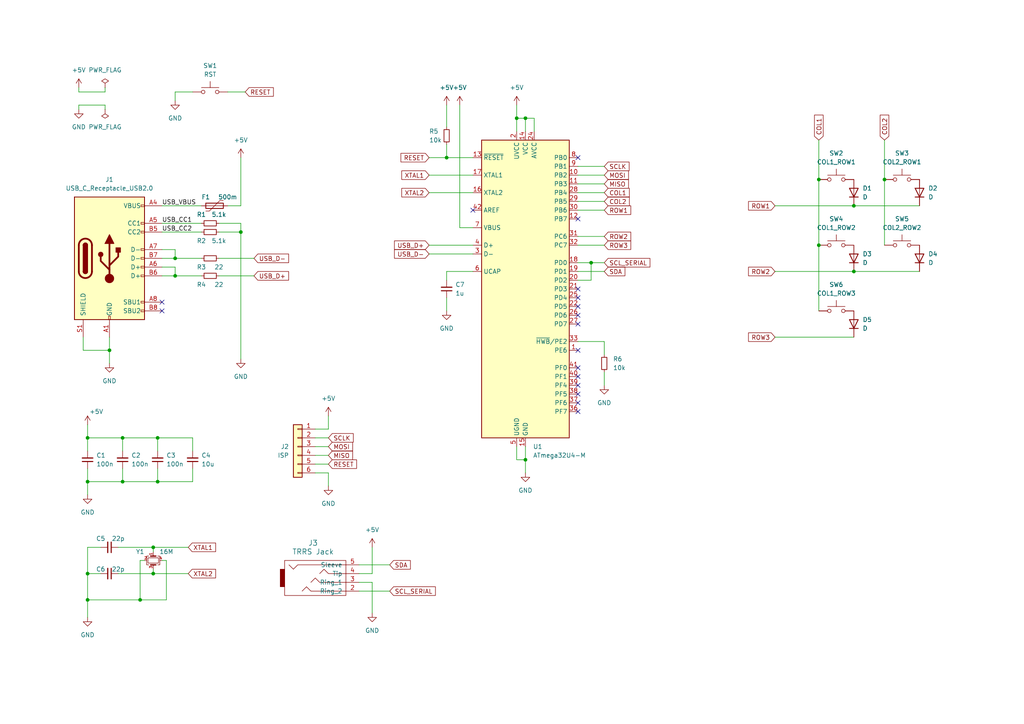
<source format=kicad_sch>
(kicad_sch (version 20230121) (generator eeschema)
  (paper "A4")
  (title_block (title "mfk5") (date "2023-12-12") (rev "3") (company "@niw"))
  (lib_symbols
    (symbol "Connector:USB_C_Receptacle_USB2.0" (pin_names (offset 1.016))
      (property "Reference" "J" (at -10.16 19.05 0))
      (property "Value" "USB_C_Receptacle_USB2.0" (at 19.05 19.05 0))
      (symbol "USB_C_Receptacle_USB2.0_0_0"
        (rectangle (start -0.254 -17.78) (end 0.254 -16.764))
        (rectangle (start 10.16 -14.986) (end 9.144 -15.494))
        (rectangle (start 10.16 -12.446) (end 9.144 -12.954))
        (rectangle (start 10.16 -4.826) (end 9.144 -5.334))
        (rectangle (start 10.16 -2.286) (end 9.144 -2.794))
        (rectangle (start 10.16 0.254) (end 9.144 -0.254))
        (rectangle (start 10.16 2.794) (end 9.144 2.286))
        (rectangle (start 10.16 7.874) (end 9.144 7.366))
        (rectangle (start 10.16 10.414) (end 9.144 9.906))
        (rectangle (start 10.16 15.494) (end 9.144 14.986))
      )
      (symbol "USB_C_Receptacle_USB2.0_0_1"
        (rectangle (start -10.16 17.78) (end 10.16 -17.78) (stroke (width 0.254)) (fill (type background)))
        (arc (start -8.89 -3.81) (mid -6.985 -5.7067) (end -5.08 -3.81) (stroke (width 0.508)))
        (arc (start -7.62 -3.81) (mid -6.985 -4.4423) (end -6.35 -3.81) (stroke (width 0.254)))
        (arc (start -7.62 -3.81) (mid -6.985 -4.4423) (end -6.35 -3.81) (stroke (width 0.254)) (fill (type outline)))
        (rectangle (start -7.62 -3.81) (end -6.35 3.81) (stroke (width 0.254)) (fill (type outline)))
        (arc (start -6.35 3.81) (mid -6.985 4.4423) (end -7.62 3.81) (stroke (width 0.254)))
        (arc (start -6.35 3.81) (mid -6.985 4.4423) (end -7.62 3.81) (stroke (width 0.254)) (fill (type outline)))
        (arc (start -5.08 3.81) (mid -6.985 5.7067) (end -8.89 3.81) (stroke (width 0.508)))
        (circle (center -2.54 1.143) (radius 0.635) (stroke (width 0.254)) (fill (type outline)))
        (circle (center 0 -5.842) (radius 1.27) (fill (type outline)))
        (polyline (pts (xy -8.89 -3.81) (xy -8.89 3.81)) (stroke (width 0.508)))
        (polyline (pts (xy -5.08 3.81) (xy -5.08 -3.81)) (stroke (width 0.508)))
        (polyline (pts (xy 0 -5.842) (xy 0 4.318)) (stroke (width 0.508)))
        (polyline (pts (xy 0 -3.302) (xy -2.54 -0.762) (xy -2.54 0.508)) (stroke (width 0.508)))
        (polyline (pts (xy 0 -2.032) (xy 2.54 0.508) (xy 2.54 1.778)) (stroke (width 0.508)))
        (polyline (pts (xy -1.27 4.318) (xy 0 6.858) (xy 1.27 4.318) (xy -1.27 4.318)) (stroke (width 0.254)) (fill (type outline)))
        (rectangle (start 1.905 1.778) (end 3.175 3.048) (stroke (width 0.254)) (fill (type outline)))
      )
      (symbol "USB_C_Receptacle_USB2.0_1_1"
        (pin passive line (at 0 -22.86 90) (length 5.08) (name "GND") (number "A1"))
        (pin passive line (at 0 -22.86 90) (length 5.08) hide (name "GND") (number "A12"))
        (pin passive line (at 15.24 15.24 180) (length 5.08) (name "VBUS") (number "A4"))
        (pin bidirectional line (at 15.24 10.16 180) (length 5.08) (name "CC1") (number "A5"))
        (pin bidirectional line (at 15.24 -2.54 180) (length 5.08) (name "D+") (number "A6"))
        (pin bidirectional line (at 15.24 2.54 180) (length 5.08) (name "D-") (number "A7"))
        (pin bidirectional line (at 15.24 -12.7 180) (length 5.08) (name "SBU1") (number "A8"))
        (pin passive line (at 15.24 15.24 180) (length 5.08) hide (name "VBUS") (number "A9"))
        (pin passive line (at 0 -22.86 90) (length 5.08) hide (name "GND") (number "B1"))
        (pin passive line (at 0 -22.86 90) (length 5.08) hide (name "GND") (number "B12"))
        (pin passive line (at 15.24 15.24 180) (length 5.08) hide (name "VBUS") (number "B4"))
        (pin bidirectional line (at 15.24 7.62 180) (length 5.08) (name "CC2") (number "B5"))
        (pin bidirectional line (at 15.24 -5.08 180) (length 5.08) (name "D+") (number "B6"))
        (pin bidirectional line (at 15.24 0 180) (length 5.08) (name "D-") (number "B7"))
        (pin bidirectional line (at 15.24 -15.24 180) (length 5.08) (name "SBU2") (number "B8"))
        (pin passive line (at 15.24 15.24 180) (length 5.08) hide (name "VBUS") (number "B9"))
        (pin passive line (at -7.62 -22.86 90) (length 5.08) (name "SHIELD") (number "S1"))
      )
    )
    (symbol "Connector_Additions:TRRS_Jack" (pin_names (offset 1.016))
      (property "Reference" "J" (at 0 8.89 0))
      (property "Value" "TRRS Jack" (at 0 6.35 0))
      (symbol "TRRS_Jack_0_1"
        (rectangle (start -10.16 2.54) (end -8.89 -2.54) (fill (type outline)))
        (rectangle (start -8.89 5.08) (end 8.89 -5.08))
        (polyline (pts (xy 8.89 -3.81) (xy -1.27 -3.81) (xy -2.54 -2.54) (xy -3.81 -3.81)))
        (polyline (pts (xy 8.89 -1.27) (xy 1.27 -1.27) (xy 0 0) (xy -1.27 -1.27)))
        (polyline (pts (xy 8.89 1.27) (xy 3.81 1.27) (xy 2.54 2.54) (xy 1.27 1.27)))
        (polyline (pts (xy 8.89 3.81) (xy -5.08 3.81) (xy -6.35 2.54) (xy -7.62 3.81) (xy -7.62 3.81)))
      )
      (symbol "TRRS_Jack_1_1"
        (pin passive line (at 12.7 -3.81 180) (length 3.81) (name "Ring_2") (number "2"))
        (pin passive line (at 12.7 -1.27 180) (length 3.81) (name "Ring_1") (number "3"))
        (pin passive line (at 12.7 1.27 180) (length 3.81) (name "Tip") (number "4"))
        (pin passive line (at 12.7 3.81 180) (length 3.81) (name "Sleeve") (number "5"))
      )
    )
    (symbol "Connector_Generic:Conn_01x06" (pin_names (offset 1.016) hide)
      (property "Reference" "J" (at 0 7.62 0))
      (property "Value" "Conn_01x06" (at 0 -10.16 0))
      (symbol "Conn_01x06_1_1"
        (rectangle (start -1.27 -7.493) (end 0 -7.747) (stroke (width 0.1524)))
        (rectangle (start -1.27 -4.953) (end 0 -5.207) (stroke (width 0.1524)))
        (rectangle (start -1.27 -2.413) (end 0 -2.667) (stroke (width 0.1524)))
        (rectangle (start -1.27 0.127) (end 0 -0.127) (stroke (width 0.1524)))
        (rectangle (start -1.27 2.667) (end 0 2.413) (stroke (width 0.1524)))
        (rectangle (start -1.27 5.207) (end 0 4.953) (stroke (width 0.1524)))
        (rectangle (start -1.27 6.35) (end 1.27 -8.89) (stroke (width 0.254)) (fill (type background)))
        (pin passive line (at -5.08 5.08 0) (length 3.81) (name "Pin_1") (number "1"))
        (pin passive line (at -5.08 2.54 0) (length 3.81) (name "Pin_2") (number "2"))
        (pin passive line (at -5.08 0 0) (length 3.81) (name "Pin_3") (number "3"))
        (pin passive line (at -5.08 -2.54 0) (length 3.81) (name "Pin_4") (number "4"))
        (pin passive line (at -5.08 -5.08 0) (length 3.81) (name "Pin_5") (number "5"))
        (pin passive line (at -5.08 -7.62 0) (length 3.81) (name "Pin_6") (number "6"))
      )
    )
    (symbol "Device:C_Small" (pin_numbers hide) (pin_names (offset 0.254) hide)
      (property "Reference" "C" (at 0.254 1.778 0))
      (property "Value" "C_Small" (at 0.254 -2.032 0))
      (symbol "C_Small_0_1"
        (polyline (pts (xy -1.524 -0.508) (xy 1.524 -0.508)) (stroke (width 0.3302)))
        (polyline (pts (xy -1.524 0.508) (xy 1.524 0.508)) (stroke (width 0.3048)))
      )
      (symbol "C_Small_1_1"
        (pin passive line (at 0 2.54 270) (length 2.032) (name "~") (number "1"))
        (pin passive line (at 0 -2.54 90) (length 2.032) (name "~") (number "2"))
      )
    )
    (symbol "Device:Crystal_GND24_Small" (pin_names (offset 1.016) hide)
      (property "Reference" "Y" (at 1.27 4.445 0))
      (property "Value" "Crystal_GND24_Small" (at 1.27 2.54 0))
      (symbol "Crystal_GND24_Small_0_1"
        (rectangle (start -0.762 -1.524) (end 0.762 1.524))
        (polyline (pts (xy -1.27 -0.762) (xy -1.27 0.762)) (stroke (width 0.381)))
        (polyline (pts (xy 1.27 -0.762) (xy 1.27 0.762)) (stroke (width 0.381)))
        (polyline (pts (xy -1.27 -1.27) (xy -1.27 -1.905) (xy 1.27 -1.905) (xy 1.27 -1.27)))
        (polyline (pts (xy -1.27 1.27) (xy -1.27 1.905) (xy 1.27 1.905) (xy 1.27 1.27)))
      )
      (symbol "Crystal_GND24_Small_1_1"
        (pin passive line (at -2.54 0 0) (length 1.27) (name "1") (number "1"))
        (pin passive line (at 0 -2.54 90) (length 0.635) (name "2") (number "2"))
        (pin passive line (at 2.54 0 180) (length 1.27) (name "3") (number "3"))
        (pin passive line (at 0 2.54 270) (length 0.635) (name "4") (number "4"))
      )
    )
    (symbol "Device:D" (pin_numbers hide) (pin_names (offset 1.016) hide)
      (property "Reference" "D" (at 0 2.54 0))
      (property "Value" "D" (at 0 -2.54 0))
      (symbol "D_0_1"
        (polyline (pts (xy -1.27 1.27) (xy -1.27 -1.27)) (stroke (width 0.254)))
        (polyline (pts (xy 1.27 0) (xy -1.27 0)))
        (polyline (pts (xy 1.27 1.27) (xy 1.27 -1.27) (xy -1.27 0) (xy 1.27 1.27)) (stroke (width 0.254)))
      )
      (symbol "D_1_1"
        (pin passive line (at -3.81 0 0) (length 2.54) (name "K") (number "1"))
        (pin passive line (at 3.81 0 180) (length 2.54) (name "A") (number "2"))
      )
    )
    (symbol "Device:Polyfuse" (pin_numbers hide) (pin_names (offset 0))
      (property "Reference" "F" (at -2.54 0 90))
      (property "Value" "Polyfuse" (at 2.54 0 90))
      (symbol "Polyfuse_0_1"
        (rectangle (start -0.762 2.54) (end 0.762 -2.54) (stroke (width 0.254)))
        (polyline (pts (xy 0 2.54) (xy 0 -2.54)))
        (polyline (pts (xy -1.524 2.54) (xy -1.524 1.524) (xy 1.524 -1.524) (xy 1.524 -2.54)))
      )
      (symbol "Polyfuse_1_1"
        (pin passive line (at 0 3.81 270) (length 1.27) (name "~") (number "1"))
        (pin passive line (at 0 -3.81 90) (length 1.27) (name "~") (number "2"))
      )
    )
    (symbol "Device:R_Small" (pin_numbers hide) (pin_names (offset 0.254) hide)
      (property "Reference" "R" (at 0.762 0.508 0))
      (property "Value" "R_Small" (at 0.762 -1.016 0))
      (symbol "R_Small_0_1"
        (rectangle (start -0.762 1.778) (end 0.762 -1.778) (stroke (width 0.2032)))
      )
      (symbol "R_Small_1_1"
        (pin passive line (at 0 2.54 270) (length 0.762) (name "~") (number "1"))
        (pin passive line (at 0 -2.54 90) (length 0.762) (name "~") (number "2"))
      )
    )
    (symbol "MCU_Microchip_ATmega:ATmega32U4-M"
      (property "Reference" "U" (at -12.7 44.45 0))
      (property "Value" "ATmega32U4-M" (at 2.54 -44.45 0))
      (symbol "ATmega32U4-M_0_1"
        (rectangle (start -12.7 -43.18) (end 12.7 43.18) (stroke (width 0.254)) (fill (type background)))
      )
      (symbol "ATmega32U4-M_1_1"
        (pin bidirectional line (at 15.24 -17.78 180) (length 2.54) (name "PE6") (number "1"))
        (pin bidirectional line (at 15.24 33.02 180) (length 2.54) (name "PB2") (number "10"))
        (pin bidirectional line (at 15.24 30.48 180) (length 2.54) (name "PB3") (number "11"))
        (pin bidirectional line (at 15.24 20.32 180) (length 2.54) (name "PB7") (number "12"))
        (pin input line (at -15.24 38.1 0) (length 2.54) (name "~{RESET}") (number "13"))
        (pin power_in line (at 0 45.72 270) (length 2.54) (name "VCC") (number "14"))
        (pin power_in line (at 0 -45.72 90) (length 2.54) (name "GND") (number "15"))
        (pin output line (at -15.24 27.94 0) (length 2.54) (name "XTAL2") (number "16"))
        (pin input line (at -15.24 33.02 0) (length 2.54) (name "XTAL1") (number "17"))
        (pin bidirectional line (at 15.24 7.62 180) (length 2.54) (name "PD0") (number "18"))
        (pin bidirectional line (at 15.24 5.08 180) (length 2.54) (name "PD1") (number "19"))
        (pin power_in line (at -2.54 45.72 270) (length 2.54) (name "UVCC") (number "2"))
        (pin bidirectional line (at 15.24 2.54 180) (length 2.54) (name "PD2") (number "20"))
        (pin bidirectional line (at 15.24 0 180) (length 2.54) (name "PD3") (number "21"))
        (pin bidirectional line (at 15.24 -5.08 180) (length 2.54) (name "PD5") (number "22"))
        (pin passive line (at 0 -45.72 90) (length 2.54) hide (name "GND") (number "23"))
        (pin power_in line (at 2.54 45.72 270) (length 2.54) (name "AVCC") (number "24"))
        (pin bidirectional line (at 15.24 -2.54 180) (length 2.54) (name "PD4") (number "25"))
        (pin bidirectional line (at 15.24 -7.62 180) (length 2.54) (name "PD6") (number "26"))
        (pin bidirectional line (at 15.24 -10.16 180) (length 2.54) (name "PD7") (number "27"))
        (pin bidirectional line (at 15.24 27.94 180) (length 2.54) (name "PB4") (number "28"))
        (pin bidirectional line (at 15.24 25.4 180) (length 2.54) (name "PB5") (number "29"))
        (pin bidirectional line (at -15.24 10.16 0) (length 2.54) (name "D-") (number "3"))
        (pin bidirectional line (at 15.24 22.86 180) (length 2.54) (name "PB6") (number "30"))
        (pin bidirectional line (at 15.24 15.24 180) (length 2.54) (name "PC6") (number "31"))
        (pin bidirectional line (at 15.24 12.7 180) (length 2.54) (name "PC7") (number "32"))
        (pin bidirectional line (at 15.24 -15.24 180) (length 2.54) (name "~{HWB}/PE2") (number "33"))
        (pin passive line (at 0 45.72 270) (length 2.54) hide (name "VCC") (number "34"))
        (pin passive line (at 0 -45.72 90) (length 2.54) hide (name "GND") (number "35"))
        (pin bidirectional line (at 15.24 -35.56 180) (length 2.54) (name "PF7") (number "36"))
        (pin bidirectional line (at 15.24 -33.02 180) (length 2.54) (name "PF6") (number "37"))
        (pin bidirectional line (at 15.24 -30.48 180) (length 2.54) (name "PF5") (number "38"))
        (pin bidirectional line (at 15.24 -27.94 180) (length 2.54) (name "PF4") (number "39"))
        (pin bidirectional line (at -15.24 12.7 0) (length 2.54) (name "D+") (number "4"))
        (pin bidirectional line (at 15.24 -25.4 180) (length 2.54) (name "PF1") (number "40"))
        (pin bidirectional line (at 15.24 -22.86 180) (length 2.54) (name "PF0") (number "41"))
        (pin passive line (at -15.24 22.86 0) (length 2.54) (name "AREF") (number "42"))
        (pin passive line (at 0 -45.72 90) (length 2.54) hide (name "GND") (number "43"))
        (pin passive line (at 2.54 45.72 270) (length 2.54) hide (name "AVCC") (number "44"))
        (pin passive line (at 0 -45.72 90) (length 2.54) hide (name "GND") (number "45"))
        (pin passive line (at -2.54 -45.72 90) (length 2.54) (name "UGND") (number "5"))
        (pin passive line (at -15.24 5.08 0) (length 2.54) (name "UCAP") (number "6"))
        (pin input line (at -15.24 17.78 0) (length 2.54) (name "VBUS") (number "7"))
        (pin bidirectional line (at 15.24 38.1 180) (length 2.54) (name "PB0") (number "8"))
        (pin bidirectional line (at 15.24 35.56 180) (length 2.54) (name "PB1") (number "9"))
      )
    )
    (symbol "Switch:SW_Push" (pin_numbers hide) (pin_names (offset 1.016) hide)
      (property "Reference" "SW" (at 1.27 2.54 0))
      (property "Value" "SW_Push" (at 0 -1.524 0))
      (symbol "SW_Push_0_1"
        (circle (center -2.032 0) (radius 0.508))
        (polyline (pts (xy 0 1.27) (xy 0 3.048)))
        (polyline (pts (xy 2.54 1.27) (xy -2.54 1.27)))
        (circle (center 2.032 0) (radius 0.508))
        (pin passive line (at -5.08 0 0) (length 2.54) (name "1") (number "1"))
        (pin passive line (at 5.08 0 180) (length 2.54) (name "2") (number "2"))
      )
    )
    (symbol "power:+5V" (power) (pin_names (offset 0))
      (property "Value" "+5V" (at 0 3.556 0))
      (symbol "+5V_0_1"
        (polyline (pts (xy -0.762 1.27) (xy 0 2.54)))
        (polyline (pts (xy 0 0) (xy 0 2.54)))
        (polyline (pts (xy 0 2.54) (xy 0.762 1.27)))
      )
      (symbol "+5V_1_1"
        (pin power_in line (at 0 0 90) (length 0) hide (name "+5V") (number "1"))
      )
    )
    (symbol "power:GND" (power) (pin_names (offset 0))
      (property "Value" "GND" (at 0 -3.81 0))
      (symbol "GND_0_1"
        (polyline (pts (xy 0 0) (xy 0 -1.27) (xy 1.27 -1.27) (xy 0 -2.54) (xy -1.27 -1.27) (xy 0 -1.27)))
      )
      (symbol "GND_1_1"
        (pin power_in line (at 0 0 270) (length 0) hide (name "GND") (number "1"))
      )
    )
    (symbol "power:PWR_FLAG" (power) (pin_numbers hide) (pin_names (offset 0) hide)
      (property "Value" "PWR_FLAG" (at 0 3.81 0))
      (symbol "PWR_FLAG_0_0"
        (pin power_out line (at 0 0 90) (length 0) (name "pwr") (number "1"))
      )
      (symbol "PWR_FLAG_0_1"
        (polyline (pts (xy 0 0) (xy 0 1.27) (xy -1.016 1.905) (xy 0 2.54) (xy 1.016 1.905) (xy 0 1.27)))
      )
    )
  )
  (junction (at 237.49 52.07))
  (junction (at 129.54 45.72))
  (junction (at 149.86 34.29))
  (junction (at 247.65 78.74))
  (junction (at 25.4 173.99))
  (junction (at 50.8 74.93))
  (junction (at 152.4 133.35))
  (junction (at 171.45 76.2))
  (junction (at 45.72 139.7))
  (junction (at 35.56 139.7))
  (junction (at 35.56 127))
  (junction (at 44.45 166.37))
  (junction (at 152.4 34.29))
  (junction (at 25.4 139.7))
  (junction (at 44.45 158.75))
  (junction (at 40.64 173.99))
  (junction (at 25.4 127))
  (junction (at 25.4 166.37))
  (junction (at 237.49 71.12))
  (junction (at 45.72 127))
  (junction (at 256.54 52.07))
  (junction (at 31.75 101.6))
  (junction (at 247.65 59.69))
  (junction (at 69.85 67.31))
  (junction (at 50.8 80.01))
  (no_connect (at 46.99 87.63))
  (no_connect (at 167.64 116.84))
  (no_connect (at 167.64 93.98))
  (no_connect (at 167.64 45.72))
  (no_connect (at 167.64 109.22))
  (no_connect (at 167.64 63.5))
  (no_connect (at 137.16 60.96))
  (no_connect (at 167.64 101.6))
  (no_connect (at 46.99 90.17))
  (no_connect (at 167.64 111.76))
  (no_connect (at 167.64 114.3))
  (no_connect (at 167.64 83.82))
  (no_connect (at 167.64 91.44))
  (no_connect (at 167.64 119.38))
  (no_connect (at 167.64 106.68))
  (no_connect (at 167.64 86.36))
  (no_connect (at 167.64 88.9))
  (wire (pts (xy 224.79 78.74) (xy 247.65 78.74)))
  (wire (pts (xy 63.5 80.01) (xy 73.66 80.01)))
  (wire (pts (xy 46.99 74.93) (xy 50.8 74.93)))
  (wire (pts (xy 167.64 81.28) (xy 171.45 81.28)))
  (wire (pts (xy 175.26 107.95) (xy 175.26 111.76)))
  (wire (pts (xy 63.5 67.31) (xy 69.85 67.31)))
  (wire (pts (xy 167.64 53.34) (xy 175.26 53.34)))
  (wire (pts (xy 129.54 78.74) (xy 137.16 78.74)))
  (wire (pts (xy 63.5 64.77) (xy 69.85 64.77)))
  (wire (pts (xy 237.49 71.12) (xy 237.49 90.17)))
  (wire (pts (xy 149.86 133.35) (xy 152.4 133.35)))
  (wire (pts (xy 25.4 173.99) (xy 40.64 173.99)))
  (wire (pts (xy 95.25 132.08) (xy 91.44 132.08)))
  (wire (pts (xy 55.88 127) (xy 55.88 130.81)))
  (wire (pts (xy 95.25 140.97) (xy 95.25 137.16)))
  (wire (pts (xy 48.26 162.56) (xy 48.26 173.99)))
  (wire (pts (xy 50.8 80.01) (xy 50.8 77.47)))
  (wire (pts (xy 133.35 66.04) (xy 137.16 66.04)))
  (wire (pts (xy 171.45 76.2) (xy 171.45 81.28)))
  (wire (pts (xy 24.13 97.79) (xy 24.13 101.6)))
  (wire (pts (xy 31.75 97.79) (xy 31.75 101.6)))
  (wire (pts (xy 107.95 166.37) (xy 107.95 158.75)))
  (wire (pts (xy 167.64 55.88) (xy 175.26 55.88)))
  (wire (pts (xy 167.64 58.42) (xy 175.26 58.42)))
  (wire (pts (xy 124.46 55.88) (xy 137.16 55.88)))
  (wire (pts (xy 41.91 162.56) (xy 40.64 162.56)))
  (wire (pts (xy 95.25 129.54) (xy 91.44 129.54)))
  (wire (pts (xy 167.64 99.06) (xy 175.26 99.06)))
  (wire (pts (xy 152.4 129.54) (xy 152.4 133.35)))
  (wire (pts (xy 152.4 34.29) (xy 154.94 34.29)))
  (wire (pts (xy 25.4 139.7) (xy 25.4 143.51)))
  (wire (pts (xy 167.64 76.2) (xy 171.45 76.2)))
  (wire (pts (xy 129.54 30.48) (xy 129.54 36.83)))
  (wire (pts (xy 22.86 25.4) (xy 22.86 26.67)))
  (wire (pts (xy 91.44 124.46) (xy 95.25 124.46)))
  (wire (pts (xy 46.99 72.39) (xy 50.8 72.39)))
  (wire (pts (xy 55.88 135.89) (xy 55.88 139.7)))
  (wire (pts (xy 45.72 135.89) (xy 45.72 139.7)))
  (wire (pts (xy 95.25 127) (xy 91.44 127)))
  (wire (pts (xy 34.29 158.75) (xy 44.45 158.75)))
  (wire (pts (xy 25.4 130.81) (xy 25.4 127)))
  (wire (pts (xy 35.56 135.89) (xy 35.56 139.7)))
  (wire (pts (xy 69.85 104.14) (xy 69.85 67.31)))
  (wire (pts (xy 46.99 80.01) (xy 50.8 80.01)))
  (wire (pts (xy 167.64 48.26) (xy 175.26 48.26)))
  (wire (pts (xy 30.48 25.4) (xy 30.48 26.67)))
  (wire (pts (xy 55.88 26.67) (xy 50.8 26.67)))
  (wire (pts (xy 44.45 165.1) (xy 44.45 166.37)))
  (wire (pts (xy 124.46 71.12) (xy 137.16 71.12)))
  (wire (pts (xy 34.29 166.37) (xy 44.45 166.37)))
  (wire (pts (xy 22.86 31.75) (xy 22.86 30.48)))
  (wire (pts (xy 44.45 166.37) (xy 54.61 166.37)))
  (wire (pts (xy 107.95 168.91) (xy 107.95 177.8)))
  (wire (pts (xy 50.8 26.67) (xy 50.8 29.21)))
  (wire (pts (xy 95.25 134.62) (xy 91.44 134.62)))
  (wire (pts (xy 256.54 52.07) (xy 256.54 71.12)))
  (wire (pts (xy 247.65 78.74) (xy 266.7 78.74)))
  (wire (pts (xy 69.85 67.31) (xy 69.85 64.77)))
  (wire (pts (xy 129.54 78.74) (xy 129.54 81.28)))
  (wire (pts (xy 46.99 67.31) (xy 58.42 67.31)))
  (wire (pts (xy 95.25 124.46) (xy 95.25 120.65)))
  (wire (pts (xy 25.4 173.99) (xy 25.4 179.07)))
  (wire (pts (xy 256.54 40.64) (xy 256.54 52.07)))
  (wire (pts (xy 25.4 166.37) (xy 29.21 166.37)))
  (wire (pts (xy 167.64 50.8) (xy 175.26 50.8)))
  (wire (pts (xy 104.14 168.91) (xy 107.95 168.91)))
  (wire (pts (xy 24.13 101.6) (xy 31.75 101.6)))
  (wire (pts (xy 25.4 123.19) (xy 25.4 127)))
  (wire (pts (xy 25.4 135.89) (xy 25.4 139.7)))
  (wire (pts (xy 46.99 64.77) (xy 58.42 64.77)))
  (wire (pts (xy 22.86 26.67) (xy 30.48 26.67)))
  (wire (pts (xy 69.85 59.69) (xy 69.85 45.72)))
  (wire (pts (xy 50.8 74.93) (xy 58.42 74.93)))
  (wire (pts (xy 40.64 173.99) (xy 48.26 173.99)))
  (wire (pts (xy 224.79 59.69) (xy 247.65 59.69)))
  (wire (pts (xy 55.88 139.7) (xy 45.72 139.7)))
  (wire (pts (xy 35.56 139.7) (xy 25.4 139.7)))
  (wire (pts (xy 237.49 52.07) (xy 237.49 71.12)))
  (wire (pts (xy 137.16 45.72) (xy 129.54 45.72)))
  (wire (pts (xy 44.45 158.75) (xy 44.45 160.02)))
  (wire (pts (xy 30.48 30.48) (xy 30.48 31.75)))
  (wire (pts (xy 149.86 30.48) (xy 149.86 34.29)))
  (wire (pts (xy 167.64 71.12) (xy 175.26 71.12)))
  (wire (pts (xy 104.14 166.37) (xy 107.95 166.37)))
  (wire (pts (xy 46.99 59.69) (xy 58.42 59.69)))
  (wire (pts (xy 45.72 127) (xy 55.88 127)))
  (wire (pts (xy 129.54 90.17) (xy 129.54 86.36)))
  (wire (pts (xy 124.46 45.72) (xy 129.54 45.72)))
  (wire (pts (xy 124.46 50.8) (xy 137.16 50.8)))
  (wire (pts (xy 175.26 99.06) (xy 175.26 102.87)))
  (wire (pts (xy 25.4 127) (xy 35.56 127)))
  (wire (pts (xy 152.4 137.16) (xy 152.4 133.35)))
  (wire (pts (xy 31.75 101.6) (xy 31.75 105.41)))
  (wire (pts (xy 25.4 158.75) (xy 25.4 166.37)))
  (wire (pts (xy 22.86 30.48) (xy 30.48 30.48)))
  (wire (pts (xy 167.64 68.58) (xy 175.26 68.58)))
  (wire (pts (xy 237.49 40.64) (xy 237.49 52.07)))
  (wire (pts (xy 104.14 163.83) (xy 113.03 163.83)))
  (wire (pts (xy 63.5 74.93) (xy 73.66 74.93)))
  (wire (pts (xy 45.72 127) (xy 45.72 130.81)))
  (wire (pts (xy 95.25 137.16) (xy 91.44 137.16)))
  (wire (pts (xy 154.94 38.1) (xy 154.94 34.29)))
  (wire (pts (xy 149.86 34.29) (xy 149.86 38.1)))
  (wire (pts (xy 44.45 158.75) (xy 54.61 158.75)))
  (wire (pts (xy 247.65 59.69) (xy 266.7 59.69)))
  (wire (pts (xy 133.35 30.48) (xy 133.35 66.04)))
  (wire (pts (xy 46.99 77.47) (xy 50.8 77.47)))
  (wire (pts (xy 50.8 74.93) (xy 50.8 72.39)))
  (wire (pts (xy 40.64 162.56) (xy 40.64 173.99)))
  (wire (pts (xy 124.46 73.66) (xy 137.16 73.66)))
  (wire (pts (xy 35.56 139.7) (xy 45.72 139.7)))
  (wire (pts (xy 152.4 34.29) (xy 152.4 38.1)))
  (wire (pts (xy 66.04 59.69) (xy 69.85 59.69)))
  (wire (pts (xy 129.54 41.91) (xy 129.54 45.72)))
  (wire (pts (xy 167.64 78.74) (xy 175.26 78.74)))
  (wire (pts (xy 46.99 162.56) (xy 48.26 162.56)))
  (wire (pts (xy 29.21 158.75) (xy 25.4 158.75)))
  (wire (pts (xy 71.12 26.67) (xy 66.04 26.67)))
  (wire (pts (xy 171.45 76.2) (xy 175.26 76.2)))
  (wire (pts (xy 149.86 133.35) (xy 149.86 129.54)))
  (wire (pts (xy 224.79 97.79) (xy 247.65 97.79)))
  (wire (pts (xy 25.4 166.37) (xy 25.4 173.99)))
  (wire (pts (xy 149.86 34.29) (xy 152.4 34.29)))
  (wire (pts (xy 104.14 171.45) (xy 113.03 171.45)))
  (wire (pts (xy 50.8 80.01) (xy 58.42 80.01)))
  (wire (pts (xy 35.56 127) (xy 35.56 130.81)))
  (wire (pts (xy 35.56 127) (xy 45.72 127)))
  (wire (pts (xy 167.64 60.96) (xy 175.26 60.96)))
  (label "USB_CC2" (at 46.99 67.31 0))
  (label "USB_VBUS" (at 46.99 59.69 0))
  (label "USB_CC1" (at 46.99 64.77 0))
  (global_label "USB_D+" (shape input) (at 124.46 71.12 180) (property "Intersheetrefs" "${INTERSHEET_REFS}" (effects hide)))
  (global_label "SCLK" (shape input) (at 175.26 48.26 0) (property "Intersheetrefs" "${INTERSHEET_REFS}" (effects hide)))
  (global_label "ROW3" (shape input) (at 224.79 97.79 180) (property "Intersheetrefs" "${INTERSHEET_REFS}" (effects hide)))
  (global_label "XTAL2" (shape input) (at 124.46 55.88 180) (property "Intersheetrefs" "${INTERSHEET_REFS}" (effects hide)))
  (global_label "ROW1" (shape input) (at 175.26 60.96 0) (property "Intersheetrefs" "${INTERSHEET_REFS}" (effects hide)))
  (global_label "COL2" (shape input) (at 256.54 40.64 90) (property "Intersheetrefs" "${INTERSHEET_REFS}" (effects hide)))
  (global_label "USB_D-" (shape input) (at 124.46 73.66 180) (property "Intersheetrefs" "${INTERSHEET_REFS}" (effects hide)))
  (global_label "MISO" (shape input) (at 175.26 53.34 0) (property "Intersheetrefs" "${INTERSHEET_REFS}" (effects hide)))
  (global_label "RESET" (shape input) (at 124.46 45.72 180) (property "Intersheetrefs" "${INTERSHEET_REFS}" (effects hide)))
  (global_label "SCL_SERIAL" (shape input) (at 113.03 171.45 0) (property "Intersheetrefs" "${INTERSHEET_REFS}" (effects hide)))
  (global_label "COL1" (shape input) (at 175.26 55.88 0) (property "Intersheetrefs" "${INTERSHEET_REFS}" (effects hide)))
  (global_label "RESET" (shape input) (at 71.12 26.67 0) (property "Intersheetrefs" "${INTERSHEET_REFS}" (effects hide)))
  (global_label "XTAL1" (shape input) (at 124.46 50.8 180) (property "Intersheetrefs" "${INTERSHEET_REFS}" (effects hide)))
  (global_label "USB_D-" (shape input) (at 73.66 74.93 0) (property "Intersheetrefs" "${INTERSHEET_REFS}" (effects hide)))
  (global_label "SDA" (shape input) (at 113.03 163.83 0) (property "Intersheetrefs" "${INTERSHEET_REFS}" (effects hide)))
  (global_label "MOSI" (shape input) (at 175.26 50.8 0) (property "Intersheetrefs" "${INTERSHEET_REFS}" (effects hide)))
  (global_label "RESET" (shape input) (at 95.25 134.62 0) (property "Intersheetrefs" "${INTERSHEET_REFS}" (effects hide)))
  (global_label "ROW3" (shape input) (at 175.26 71.12 0) (property "Intersheetrefs" "${INTERSHEET_REFS}" (effects hide)))
  (global_label "XTAL1" (shape input) (at 54.61 158.75 0) (property "Intersheetrefs" "${INTERSHEET_REFS}" (effects hide)))
  (global_label "USB_D+" (shape input) (at 73.66 80.01 0) (property "Intersheetrefs" "${INTERSHEET_REFS}" (effects hide)))
  (global_label "ROW2" (shape input) (at 224.79 78.74 180) (property "Intersheetrefs" "${INTERSHEET_REFS}" (effects hide)))
  (global_label "XTAL2" (shape input) (at 54.61 166.37 0) (property "Intersheetrefs" "${INTERSHEET_REFS}" (effects hide)))
  (global_label "ROW1" (shape input) (at 224.79 59.69 180) (property "Intersheetrefs" "${INTERSHEET_REFS}" (effects hide)))
  (global_label "COL2" (shape input) (at 175.26 58.42 0) (property "Intersheetrefs" "${INTERSHEET_REFS}" (effects hide)))
  (global_label "COL1" (shape input) (at 237.49 40.64 90) (property "Intersheetrefs" "${INTERSHEET_REFS}" (effects hide)))
  (global_label "MISO" (shape input) (at 95.25 132.08 0) (property "Intersheetrefs" "${INTERSHEET_REFS}" (effects hide)))
  (global_label "ROW2" (shape input) (at 175.26 68.58 0) (property "Intersheetrefs" "${INTERSHEET_REFS}" (effects hide)))
  (global_label "MOSI" (shape input) (at 95.25 129.54 0) (property "Intersheetrefs" "${INTERSHEET_REFS}" (effects hide)))
  (global_label "SCL_SERIAL" (shape input) (at 175.26 76.2 0) (property "Intersheetrefs" "${INTERSHEET_REFS}" (effects hide)))
  (global_label "SCLK" (shape input) (at 95.25 127 0) (property "Intersheetrefs" "${INTERSHEET_REFS}" (effects hide)))
  (global_label "SDA" (shape input) (at 175.26 78.74 0) (property "Intersheetrefs" "${INTERSHEET_REFS}" (effects hide)))
  (symbol (lib_id "power:GND") (at 107.95 177.8 0) (unit 1)
    (property "Reference" "#PWR019" (effects hide))
    (property "Value" "GND" (at 107.95 182.88 0))
  )
  (symbol (lib_id "Device:R_Small") (at 60.96 64.77 90) (unit 1)
    (property "Reference" "R1" (at 58.42 62.23 90))
    (property "Value" "5.1k" (at 63.5 62.23 90))
    (property "Footprint" "Resistor_SMD:R_0805_2012Metric_Pad1.20x1.40mm_HandSolder" (effects hide))
    (property "LCSC" "C27834" (effects hide))
  )
  (symbol (lib_id "power:GND") (at 22.86 31.75 0) (unit 1)
    (property "Reference" "#PWR03" (effects hide))
    (property "Value" "GND" (at 22.86 36.83 0))
  )
  (symbol (lib_id "Switch:SW_Push") (at 60.96 26.67 0) (mirror y) (unit 1)
    (property "Reference" "SW1" (at 60.96 19.05 0))
    (property "Value" "RST" (at 60.96 21.59 0))
    (property "Footprint" "Button_Switch_Additions:SW_Push_3.5x6mm_THT" (effects hide))
  )
  (symbol (lib_id "Device:R_Small") (at 129.54 39.37 180) (unit 1)
    (property "Reference" "R5" (at 124.46 38.1 0) (effects (justify right)))
    (property "Value" "10k" (at 124.46 40.64 0) (effects (justify right)))
    (property "Footprint" "Resistor_SMD:R_0805_2012Metric_Pad1.20x1.40mm_HandSolder" (effects hide))
    (property "LCSC" "C17414" (effects hide))
  )
  (symbol (lib_id "power:GND") (at 25.4 179.07 0) (unit 1)
    (property "Reference" "#PWR011" (effects hide))
    (property "Value" "GND" (at 25.4 184.15 0))
  )
  (symbol (lib_id "Device:C_Small") (at 25.4 133.35 180) (unit 1)
    (property "Reference" "C1" (at 27.94 132.0736 0) (effects (justify right)))
    (property "Value" "100n" (at 27.94 134.6136 0) (effects (justify right)))
    (property "Footprint" "Capacitor_SMD:C_0805_2012Metric_Pad1.18x1.45mm_HandSolder" (effects hide))
    (property "LCSC" "C49678" (effects hide))
  )
  (symbol (lib_id "power:+5V") (at 22.86 25.4 0) (unit 1)
    (property "Reference" "#PWR01" (effects hide))
    (property "Value" "+5V" (at 22.86 20.32 0))
  )
  (symbol (lib_id "Device:D") (at 247.65 74.93 90) (unit 1)
    (property "Reference" "D3" (at 250.19 73.66 90) (effects (justify right)))
    (property "Value" "D" (at 250.19 76.2 90) (effects (justify right)))
    (property "Footprint" "Diode_SMD:D_SOD-123" (effects hide))
    (property "Sim.Device" "D" (effects hide))
    (property "Sim.Pins" "1=K 2=A" (effects hide))
    (property "LCSC" "C81598" (effects hide))
  )
  (symbol (lib_id "power:GND") (at 175.26 111.76 0) (unit 1)
    (property "Reference" "#PWR010" (effects hide))
    (property "Value" "GND" (at 175.26 116.84 0))
  )
  (symbol (lib_id "power:+5V") (at 129.54 30.48 0) (unit 1)
    (property "Reference" "#PWR04" (effects hide))
    (property "Value" "+5V" (at 129.54 25.4 0))
  )
  (symbol (lib_id "Device:Crystal_GND24_Small") (at 44.45 162.56 270) (unit 1)
    (property "Reference" "Y1" (at 40.64 160.02 90))
    (property "Value" "16M" (at 48.26 160.02 90))
    (property "Footprint" "Crystal:Crystal_SMD_3225-4Pin_3.2x2.5mm_HandSoldering" (effects hide))
    (property "LCSC" "C255949" (effects hide))
  )
  (symbol (lib_id "power:GND") (at 50.8 29.21 0) (mirror y) (unit 1)
    (property "Reference" "#PWR02" (effects hide))
    (property "Value" "GND" (at 50.8 34.29 0))
  )
  (symbol (lib_id "Connector:USB_C_Receptacle_USB2.0") (at 31.75 74.93 0) (unit 1)
    (property "Reference" "J1" (at 31.75 52.07 0))
    (property "Value" "USB_C_Receptacle_USB2.0" (at 31.75 54.61 0))
    (property "Footprint" "Connector_USB:USB_C_Receptacle_HRO_TYPE-C-31-M-12" (effects hide))
    (property "Datasheet" "https://www.usb.org/sites/default/files/documents/usb_type-c.zip" (effects hide))
    (property "LCSC" "C2982555" (effects hide))
  )
  (symbol (lib_id "Device:R_Small") (at 175.26 105.41 180) (unit 1)
    (property "Reference" "R6" (at 177.8 104.14 0) (effects (justify right)))
    (property "Value" "10k" (at 177.8 106.68 0) (effects (justify right)))
    (property "Footprint" "Resistor_SMD:R_0805_2012Metric_Pad1.20x1.40mm_HandSolder" (effects hide))
    (property "LCSC" "C17414" (effects hide))
  )
  (symbol (lib_id "power:GND") (at 129.54 90.17 0) (unit 1)
    (property "Reference" "#PWR09" (effects hide))
    (property "Value" "GND" (at 129.54 95.25 0))
  )
  (symbol (lib_id "Device:R_Small") (at 60.96 67.31 90) (unit 1)
    (property "Reference" "R2" (at 58.42 69.85 90))
    (property "Value" "5.1k" (at 63.5 69.85 90))
    (property "Footprint" "Resistor_SMD:R_0805_2012Metric_Pad1.20x1.40mm_HandSolder" (effects hide))
    (property "LCSC" "C27834" (effects hide))
  )
  (symbol (lib_id "power:+5V") (at 69.85 45.72 0) (unit 1)
    (property "Reference" "#PWR015" (effects hide))
    (property "Value" "+5V" (at 69.85 40.64 0))
  )
  (symbol (lib_id "Device:C_Small") (at 129.54 83.82 180) (unit 1)
    (property "Reference" "C7" (at 132.08 82.5436 0) (effects (justify right)))
    (property "Value" "1u" (at 132.08 85.0836 0) (effects (justify right)))
    (property "Footprint" "Capacitor_SMD:C_0805_2012Metric_Pad1.18x1.45mm_HandSolder" (effects hide))
    (property "LCSC" "C28323" (effects hide))
  )
  (symbol (lib_id "Switch:SW_Push") (at 261.62 71.12 0) (unit 1)
    (property "Reference" "SW5" (at 261.62 63.5 0))
    (property "Value" "COL2_ROW2" (at 261.62 66.04 0))
    (property "Footprint" "Gateron_Low_Profile:Gateron_Low_Profile_Socket" (effects hide))
  )
  (symbol (lib_id "Device:D") (at 266.7 74.93 90) (unit 1)
    (property "Reference" "D4" (at 269.24 73.66 90) (effects (justify right)))
    (property "Value" "D" (at 269.24 76.2 90) (effects (justify right)))
    (property "Footprint" "Diode_SMD:D_SOD-123" (effects hide))
    (property "Sim.Device" "D" (effects hide))
    (property "Sim.Pins" "1=K 2=A" (effects hide))
    (property "LCSC" "C81598" (effects hide))
  )
  (symbol (lib_id "power:PWR_FLAG") (at 30.48 25.4 0) (unit 1)
    (property "Reference" "#FLG01" (effects hide))
    (property "Value" "PWR_FLAG" (at 30.48 20.32 0))
  )
  (symbol (lib_id "power:GND") (at 69.85 104.14 0) (unit 1)
    (property "Reference" "#PWR07" (effects hide))
    (property "Value" "GND" (at 69.85 109.22 0))
  )
  (symbol (lib_id "Switch:SW_Push") (at 242.57 71.12 0) (unit 1)
    (property "Reference" "SW4" (at 242.57 63.5 0))
    (property "Value" "COL1_ROW2" (at 242.57 66.04 0))
    (property "Footprint" "Gateron_Low_Profile:Gateron_Low_Profile_Socket" (effects hide))
  )
  (symbol (lib_id "Switch:SW_Push") (at 261.62 52.07 0) (unit 1)
    (property "Reference" "SW3" (at 261.62 44.45 0))
    (property "Value" "COL2_ROW1" (at 261.62 46.99 0))
    (property "Footprint" "Gateron_Low_Profile:Gateron_Low_Profile_Socket" (effects hide))
  )
  (symbol (lib_id "MCU_Microchip_ATmega:ATmega32U4-M") (at 152.4 83.82 0) (unit 1)
    (property "Reference" "U1" (at 154.5941 129.54 0) (effects (justify left)))
    (property "Value" "ATmega32U4-M" (at 154.5941 132.08 0) (effects (justify left)))
    (property "Footprint" "Package_DFN_QFN:QFN-44-1EP_7x7mm_P0.5mm_EP5.2x5.2mm" (effects hide))
    (property "Datasheet" "http://ww1.microchip.com/downloads/en/DeviceDoc/Atmel-7766-8-bit-AVR-ATmega16U4-32U4_Datasheet.pdf" (effects hide))
    (property "LCSC" "C112161" (effects hide))
  )
  (symbol (lib_id "power:GND") (at 152.4 137.16 0) (unit 1)
    (property "Reference" "#PWR012" (effects hide))
    (property "Value" "GND" (at 152.4 142.24 0))
  )
  (symbol (lib_id "Device:C_Small") (at 31.75 166.37 270) (unit 1)
    (property "Reference" "C6" (at 29.21 165.1 90))
    (property "Value" "22p" (at 34.29 165.1 90))
    (property "Footprint" "Capacitor_SMD:C_0805_2012Metric_Pad1.18x1.45mm_HandSolder" (effects hide))
    (property "LCSC" "C1804" (effects hide))
  )
  (symbol (lib_id "Switch:SW_Push") (at 242.57 52.07 0) (unit 1)
    (property "Reference" "SW2" (at 242.57 44.45 0))
    (property "Value" "COL1_ROW1" (at 242.57 46.99 0))
    (property "Footprint" "Gateron_Low_Profile:Gateron_Low_Profile_Socket" (effects hide))
  )
  (symbol (lib_id "Connector_Additions:TRRS_Jack") (at 91.44 167.64 0) (unit 1)
    (property "Reference" "J3" (at 90.805 157.48 0) (effects (font (size 1.524 1.524))))
    (property "Value" "TRRS Jack" (at 90.805 160.02 0) (effects (font (size 1.524 1.524))))
    (property "Footprint" "Connector_Additions:TRRS_Jack_3.5mm_PJ320A" (effects hide))
  )
  (symbol (lib_id "Device:D") (at 247.65 55.88 90) (unit 1)
    (property "Reference" "D1" (at 250.19 54.61 90) (effects (justify right)))
    (property "Value" "D" (at 250.19 57.15 90) (effects (justify right)))
    (property "Footprint" "Diode_SMD:D_SOD-123" (effects hide))
    (property "Sim.Device" "D" (effects hide))
    (property "Sim.Pins" "1=K 2=A" (effects hide))
    (property "LCSC" "C81598" (effects hide))
  )
  (symbol (lib_id "Device:C_Small") (at 31.75 158.75 270) (unit 1)
    (property "Reference" "C5" (at 29.21 156.21 90))
    (property "Value" "22p" (at 34.29 156.21 90))
    (property "Footprint" "Capacitor_SMD:C_0805_2012Metric_Pad1.18x1.45mm_HandSolder" (effects hide))
    (property "LCSC" "C1804" (effects hide))
  )
  (symbol (lib_id "Device:D") (at 266.7 55.88 90) (unit 1)
    (property "Reference" "D2" (at 269.24 54.61 90) (effects (justify right)))
    (property "Value" "D" (at 269.24 57.15 90) (effects (justify right)))
    (property "Footprint" "Diode_SMD:D_SOD-123" (effects hide))
    (property "Sim.Device" "D" (effects hide))
    (property "Sim.Pins" "1=K 2=A" (effects hide))
    (property "LCSC" "C81598" (effects hide))
  )
  (symbol (lib_id "Switch:SW_Push") (at 242.57 90.17 0) (unit 1)
    (property "Reference" "SW6" (at 242.57 82.55 0))
    (property "Value" "COL1_ROW3" (at 242.57 85.09 0))
    (property "Footprint" "Gateron_Low_Profile:Gateron_Low_Profile_Socket_Stabilizer_2U" (effects hide))
  )
  (symbol (lib_id "power:+5V") (at 149.86 30.48 0) (unit 1)
    (property "Reference" "#PWR06" (effects hide))
    (property "Value" "+5V" (at 149.86 25.4 0))
  )
  (symbol (lib_id "Device:D") (at 247.65 93.98 90) (unit 1)
    (property "Reference" "D5" (at 250.19 92.71 90) (effects (justify right)))
    (property "Value" "D" (at 250.19 95.25 90) (effects (justify right)))
    (property "Footprint" "Diode_SMD:D_SOD-123" (effects hide))
    (property "Sim.Device" "D" (effects hide))
    (property "Sim.Pins" "1=K 2=A" (effects hide))
    (property "LCSC" "C81598" (effects hide))
  )
  (symbol (lib_id "power:+5V") (at 25.4 123.19 0) (unit 1)
    (property "Reference" "#PWR013" (effects hide))
    (property "Value" "+5V" (at 27.94 119.38 0))
  )
  (symbol (lib_id "Connector_Generic:Conn_01x06") (at 86.36 129.54 0) (mirror y) (unit 1)
    (property "Reference" "J2" (at 83.82 129.54 0) (effects (justify left)))
    (property "Value" "ISP" (at 83.82 132.08 0) (effects (justify left)))
    (property "Footprint" "Connector_PinHeader_2.54mm:PinHeader_1x06_P2.54mm_Vertical" (effects hide))
  )
  (symbol (lib_id "Device:Polyfuse") (at 62.23 59.69 90) (unit 1)
    (property "Reference" "F1" (at 59.69 57.15 90))
    (property "Value" "500m" (at 66.04 57.15 90))
    (property "Footprint" "Fuse:Fuse_1206_3216Metric_Pad1.42x1.75mm_HandSolder" (effects hide))
    (property "LCSC" "C75464" (effects hide))
  )
  (symbol (lib_id "power:+5V") (at 133.35 30.48 0) (unit 1)
    (property "Reference" "#PWR05" (effects hide))
    (property "Value" "+5V" (at 133.35 25.4 0))
  )
  (symbol (lib_id "power:GND") (at 31.75 105.41 0) (unit 1)
    (property "Reference" "#PWR08" (effects hide))
    (property "Value" "GND" (at 31.75 110.49 0))
  )
  (symbol (lib_id "power:+5V") (at 95.25 120.65 0) (mirror y) (unit 1)
    (property "Reference" "#PWR017" (effects hide))
    (property "Value" "+5V" (at 95.25 115.57 0))
  )
  (symbol (lib_id "Device:C_Small") (at 55.88 133.35 180) (unit 1)
    (property "Reference" "C4" (at 58.42 132.0736 0) (effects (justify right)))
    (property "Value" "10u" (at 58.42 134.6136 0) (effects (justify right)))
    (property "Footprint" "Capacitor_SMD:C_0805_2012Metric_Pad1.18x1.45mm_HandSolder" (effects hide))
    (property "LCSC" "C15850" (effects hide))
  )
  (symbol (lib_id "power:GND") (at 95.25 140.97 0) (mirror y) (unit 1)
    (property "Reference" "#PWR016" (effects hide))
    (property "Value" "GND" (at 95.25 146.05 0))
  )
  (symbol (lib_id "Device:C_Small") (at 35.56 133.35 180) (unit 1)
    (property "Reference" "C2" (at 38.1 132.0736 0) (effects (justify right)))
    (property "Value" "100n" (at 38.1 134.6136 0) (effects (justify right)))
    (property "Footprint" "Capacitor_SMD:C_0805_2012Metric_Pad1.18x1.45mm_HandSolder" (effects hide))
    (property "LCSC" "C49678" (effects hide))
  )
  (symbol (lib_id "power:GND") (at 25.4 143.51 0) (unit 1)
    (property "Reference" "#PWR014" (effects hide))
    (property "Value" "GND" (at 25.4 148.59 0))
  )
  (symbol (lib_id "Device:C_Small") (at 45.72 133.35 180) (unit 1)
    (property "Reference" "C3" (at 48.26 132.0736 0) (effects (justify right)))
    (property "Value" "100n" (at 48.26 134.6136 0) (effects (justify right)))
    (property "Footprint" "Capacitor_SMD:C_0805_2012Metric_Pad1.18x1.45mm_HandSolder" (effects hide))
    (property "LCSC" "C49678" (effects hide))
  )
  (symbol (lib_id "Device:R_Small") (at 60.96 74.93 90) (unit 1)
    (property "Reference" "R3" (at 58.42 77.47 90))
    (property "Value" "22" (at 63.5 77.47 90))
    (property "Footprint" "Resistor_SMD:R_0805_2012Metric_Pad1.20x1.40mm_HandSolder" (effects hide))
    (property "LCSC" "C17561" (effects hide))
  )
  (symbol (lib_id "Device:R_Small") (at 60.96 80.01 90) (unit 1)
    (property "Reference" "R4" (at 58.42 82.55 90))
    (property "Value" "22" (at 63.5 82.55 90))
    (property "Footprint" "Resistor_SMD:R_0805_2012Metric_Pad1.20x1.40mm_HandSolder" (effects hide))
    (property "LCSC" "C17561" (effects hide))
  )
  (symbol (lib_id "power:PWR_FLAG") (at 30.48 31.75 180) (unit 1)
    (property "Reference" "#FLG02" (effects hide))
    (property "Value" "PWR_FLAG" (at 30.48 36.83 0))
  )
  (symbol (lib_id "power:+5V") (at 107.95 158.75 0) (unit 1)
    (property "Reference" "#PWR018" (effects hide))
    (property "Value" "+5V" (at 107.95 153.67 0))
  )
)
</source>
